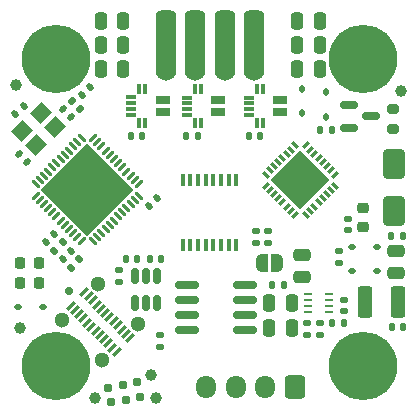
<source format=gbr>
%TF.GenerationSoftware,KiCad,Pcbnew,7.0.8*%
%TF.CreationDate,2023-10-18T20:52:03-04:00*%
%TF.ProjectId,lemon-pepper,6c656d6f-6e2d-4706-9570-7065722e6b69,rev?*%
%TF.SameCoordinates,Original*%
%TF.FileFunction,Soldermask,Top*%
%TF.FilePolarity,Negative*%
%FSLAX46Y46*%
G04 Gerber Fmt 4.6, Leading zero omitted, Abs format (unit mm)*
G04 Created by KiCad (PCBNEW 7.0.8) date 2023-10-18 20:52:03*
%MOMM*%
%LPD*%
G01*
G04 APERTURE LIST*
G04 Aperture macros list*
%AMRoundRect*
0 Rectangle with rounded corners*
0 $1 Rounding radius*
0 $2 $3 $4 $5 $6 $7 $8 $9 X,Y pos of 4 corners*
0 Add a 4 corners polygon primitive as box body*
4,1,4,$2,$3,$4,$5,$6,$7,$8,$9,$2,$3,0*
0 Add four circle primitives for the rounded corners*
1,1,$1+$1,$2,$3*
1,1,$1+$1,$4,$5*
1,1,$1+$1,$6,$7*
1,1,$1+$1,$8,$9*
0 Add four rect primitives between the rounded corners*
20,1,$1+$1,$2,$3,$4,$5,0*
20,1,$1+$1,$4,$5,$6,$7,0*
20,1,$1+$1,$6,$7,$8,$9,0*
20,1,$1+$1,$8,$9,$2,$3,0*%
%AMRotRect*
0 Rectangle, with rotation*
0 The origin of the aperture is its center*
0 $1 length*
0 $2 width*
0 $3 Rotation angle, in degrees counterclockwise*
0 Add horizontal line*
21,1,$1,$2,0,0,$3*%
%AMFreePoly0*
4,1,17,-0.875000,2.062500,-0.867373,2.143836,-0.824300,2.266930,-0.746859,2.371859,-0.641930,2.449300,-0.518836,2.492373,-0.437500,2.500000,0.437500,2.500000,0.518836,2.492373,0.641930,2.449300,0.746859,2.371859,0.824300,2.266930,0.867373,2.143836,0.875000,2.062500,0.875000,-2.500000,-0.875000,-2.500000,-0.875000,2.062500,-0.875000,2.062500,$1*%
%AMFreePoly1*
4,1,19,0.500000,-0.750000,0.000000,-0.750000,0.000000,-0.744911,-0.071157,-0.744911,-0.207708,-0.704816,-0.327430,-0.627875,-0.420627,-0.520320,-0.479746,-0.390866,-0.500000,-0.250000,-0.500000,0.250000,-0.479746,0.390866,-0.420627,0.520320,-0.327430,0.627875,-0.207708,0.704816,-0.071157,0.744911,0.000000,0.744911,0.000000,0.750000,0.500000,0.750000,0.500000,-0.750000,0.500000,-0.750000,
$1*%
%AMFreePoly2*
4,1,19,0.000000,0.744911,0.071157,0.744911,0.207708,0.704816,0.327430,0.627875,0.420627,0.520320,0.479746,0.390866,0.500000,0.250000,0.500000,-0.250000,0.479746,-0.390866,0.420627,-0.520320,0.327430,-0.627875,0.207708,-0.704816,0.071157,-0.744911,0.000000,-0.744911,0.000000,-0.750000,-0.500000,-0.750000,-0.500000,0.750000,0.000000,0.750000,0.000000,0.744911,0.000000,0.744911,
$1*%
G04 Aperture macros list end*
%ADD10RoundRect,0.250000X-0.250000X-0.475000X0.250000X-0.475000X0.250000X0.475000X-0.250000X0.475000X0*%
%ADD11C,0.990600*%
%ADD12C,0.787400*%
%ADD13RoundRect,0.150000X-0.587500X-0.150000X0.587500X-0.150000X0.587500X0.150000X-0.587500X0.150000X0*%
%ADD14RoundRect,0.135000X-0.135000X-0.185000X0.135000X-0.185000X0.135000X0.185000X-0.135000X0.185000X0*%
%ADD15RoundRect,0.112500X-0.112500X0.187500X-0.112500X-0.187500X0.112500X-0.187500X0.112500X0.187500X0*%
%ADD16RoundRect,0.150000X-0.825000X-0.150000X0.825000X-0.150000X0.825000X0.150000X-0.825000X0.150000X0*%
%ADD17RoundRect,0.135000X0.185000X-0.135000X0.185000X0.135000X-0.185000X0.135000X-0.185000X-0.135000X0*%
%ADD18RoundRect,0.135000X-0.035355X0.226274X-0.226274X0.035355X0.035355X-0.226274X0.226274X-0.035355X0*%
%ADD19RoundRect,0.140000X0.021213X-0.219203X0.219203X-0.021213X-0.021213X0.219203X-0.219203X0.021213X0*%
%ADD20RoundRect,0.250000X-0.650000X1.000000X-0.650000X-1.000000X0.650000X-1.000000X0.650000X1.000000X0*%
%ADD21RoundRect,0.250000X0.475000X-0.250000X0.475000X0.250000X-0.475000X0.250000X-0.475000X-0.250000X0*%
%ADD22RoundRect,0.218750X-0.256250X0.218750X-0.256250X-0.218750X0.256250X-0.218750X0.256250X0.218750X0*%
%ADD23RoundRect,0.218750X-0.218750X-0.256250X0.218750X-0.256250X0.218750X0.256250X-0.218750X0.256250X0*%
%ADD24RoundRect,0.250000X-0.375000X-1.075000X0.375000X-1.075000X0.375000X1.075000X-0.375000X1.075000X0*%
%ADD25RoundRect,0.140000X-0.021213X0.219203X-0.219203X0.021213X0.021213X-0.219203X0.219203X-0.021213X0*%
%ADD26RoundRect,0.140000X0.140000X0.170000X-0.140000X0.170000X-0.140000X-0.170000X0.140000X-0.170000X0*%
%ADD27RoundRect,0.150000X-0.150000X0.512500X-0.150000X-0.512500X0.150000X-0.512500X0.150000X0.512500X0*%
%ADD28R,1.270000X0.800000*%
%ADD29R,0.300000X0.850000*%
%ADD30R,0.850000X0.300000*%
%ADD31RoundRect,0.140000X-0.170000X0.140000X-0.170000X-0.140000X0.170000X-0.140000X0.170000X0.140000X0*%
%ADD32C,1.000000*%
%ADD33RoundRect,0.135000X-0.185000X0.135000X-0.185000X-0.135000X0.185000X-0.135000X0.185000X0.135000X0*%
%ADD34RoundRect,0.135000X0.135000X0.185000X-0.135000X0.185000X-0.135000X-0.185000X0.135000X-0.185000X0*%
%ADD35RoundRect,0.250000X0.250000X0.475000X-0.250000X0.475000X-0.250000X-0.475000X0.250000X-0.475000X0*%
%ADD36C,0.700000*%
%ADD37RotRect,0.300000X0.850000X315.000000*%
%ADD38C,1.300000*%
%ADD39RoundRect,0.140000X-0.140000X-0.170000X0.140000X-0.170000X0.140000X0.170000X-0.140000X0.170000X0*%
%ADD40RoundRect,0.140000X0.219203X0.021213X0.021213X0.219203X-0.219203X-0.021213X-0.021213X-0.219203X0*%
%ADD41O,1.750000X1.750000*%
%ADD42FreePoly0,0.000000*%
%ADD43O,1.750000X2.000000*%
%ADD44RoundRect,0.112500X0.187500X0.112500X-0.187500X0.112500X-0.187500X-0.112500X0.187500X-0.112500X0*%
%ADD45RotRect,0.660000X0.280000X225.000000*%
%ADD46RotRect,0.280000X0.660000X225.000000*%
%ADD47RotRect,3.500000X3.500000X225.000000*%
%ADD48RoundRect,0.140000X0.170000X-0.140000X0.170000X0.140000X-0.170000X0.140000X-0.170000X-0.140000X0*%
%ADD49R,0.800000X0.250000*%
%ADD50RoundRect,0.062500X-0.309359X0.220971X0.220971X-0.309359X0.309359X-0.220971X-0.220971X0.309359X0*%
%ADD51RoundRect,0.062500X-0.309359X-0.220971X-0.220971X-0.309359X0.309359X0.220971X0.220971X0.309359X0*%
%ADD52RotRect,5.600000X5.600000X315.000000*%
%ADD53C,5.800000*%
%ADD54RotRect,1.400000X1.200000X225.000000*%
%ADD55RoundRect,0.250000X0.600000X0.725000X-0.600000X0.725000X-0.600000X-0.725000X0.600000X-0.725000X0*%
%ADD56O,1.700000X1.950000*%
%ADD57R,0.450000X1.050000*%
%ADD58RoundRect,0.112500X-0.187500X-0.112500X0.187500X-0.112500X0.187500X0.112500X-0.187500X0.112500X0*%
%ADD59FreePoly1,0.000000*%
%ADD60FreePoly2,0.000000*%
%ADD61RoundRect,0.135000X0.226274X0.035355X0.035355X0.226274X-0.226274X-0.035355X-0.035355X-0.226274X0*%
%ADD62RoundRect,0.200000X0.275000X-0.200000X0.275000X0.200000X-0.275000X0.200000X-0.275000X-0.200000X0*%
G04 APERTURE END LIST*
D10*
%TO.C,C103*%
X137075000Y-74800000D03*
X138975000Y-74800000D03*
%TD*%
D11*
%TO.C,J301*%
X136581667Y-102659655D03*
X141374471Y-100693012D03*
X141762195Y-102687678D03*
D12*
X137949497Y-103040661D03*
X137707170Y-101793994D03*
X139196164Y-102798333D03*
X138953836Y-101551667D03*
X140442830Y-102556006D03*
X140200503Y-101309339D03*
%TD*%
D13*
%TO.C,Q501*%
X158125000Y-77875000D03*
X158125000Y-79775000D03*
X160000000Y-78825000D03*
%TD*%
D14*
%TO.C,R601*%
X161655000Y-88925000D03*
X162675000Y-88925000D03*
%TD*%
D15*
%TO.C,D502*%
X156125000Y-76775000D03*
X156125000Y-78875000D03*
%TD*%
D16*
%TO.C,U302*%
X144375000Y-93115000D03*
X144375000Y-94385000D03*
X144375000Y-95655000D03*
X144375000Y-96925000D03*
X149325000Y-96925000D03*
X149325000Y-95655000D03*
X149325000Y-94385000D03*
X149325000Y-93115000D03*
%TD*%
D15*
%TO.C,D501*%
X154100000Y-76475000D03*
X154100000Y-78575000D03*
%TD*%
D17*
%TO.C,R101*%
X142125000Y-98360000D03*
X142125000Y-97340000D03*
%TD*%
D14*
%TO.C,R103*%
X151605000Y-93075000D03*
X152625000Y-93075000D03*
%TD*%
D18*
%TO.C,R302*%
X135275000Y-90900000D03*
X134553752Y-91621248D03*
%TD*%
D19*
%TO.C,C304*%
X141185938Y-86404360D03*
X141864760Y-85725538D03*
%TD*%
D20*
%TO.C,D101*%
X161900000Y-82850000D03*
X161900000Y-86850000D03*
%TD*%
D21*
%TO.C,C106*%
X154125000Y-92450000D03*
X154125000Y-90550000D03*
%TD*%
D22*
%TO.C,D601*%
X159325000Y-86587500D03*
X159325000Y-88162500D03*
%TD*%
D23*
%TO.C,D301*%
X130275000Y-91275000D03*
X131850000Y-91275000D03*
%TD*%
D24*
%TO.C,L501*%
X159425000Y-94525000D03*
X162225000Y-94525000D03*
%TD*%
D25*
%TO.C,C305*%
X130550000Y-77920000D03*
X129871178Y-78598822D03*
%TD*%
D26*
%TO.C,C701*%
X140600000Y-80475000D03*
X139640000Y-80475000D03*
%TD*%
D19*
%TO.C,C308*%
X135460589Y-76989411D03*
X136139411Y-76310589D03*
%TD*%
D27*
%TO.C,U201*%
X141850000Y-92337500D03*
X140900000Y-92337500D03*
X139950000Y-92337500D03*
X139950000Y-94612500D03*
X140900000Y-94612500D03*
X141850000Y-94612500D03*
%TD*%
D28*
%TO.C,U703*%
X147050000Y-78475000D03*
X147050000Y-77475000D03*
D29*
X145550000Y-76525000D03*
X145050000Y-76525000D03*
D30*
X144350000Y-77225000D03*
X144350000Y-77725000D03*
X144350000Y-78225000D03*
X144350000Y-78725000D03*
D29*
X145050000Y-79425000D03*
X145550000Y-79425000D03*
%TD*%
D25*
%TO.C,C302*%
X134564411Y-90189528D03*
X133885589Y-90868350D03*
%TD*%
D31*
%TO.C,C602*%
X157300000Y-90245000D03*
X157300000Y-91205000D03*
%TD*%
D32*
%TO.C,FID102*%
X130250000Y-96775000D03*
%TD*%
D26*
%TO.C,C401*%
X162680000Y-96650000D03*
X161720000Y-96650000D03*
%TD*%
D23*
%TO.C,D302*%
X130275000Y-92925000D03*
X131850000Y-92925000D03*
%TD*%
D17*
%TO.C,R102*%
X138650000Y-92860000D03*
X138650000Y-91840000D03*
%TD*%
D33*
%TO.C,R105*%
X150225000Y-88515000D03*
X150225000Y-89535000D03*
%TD*%
D21*
%TO.C,C503*%
X162125000Y-92125000D03*
X162125000Y-90225000D03*
%TD*%
D34*
%TO.C,R501*%
X157700000Y-96335000D03*
X156680000Y-96335000D03*
%TD*%
D18*
%TO.C,R301*%
X133860624Y-89464376D03*
X133139376Y-90185624D03*
%TD*%
D26*
%TO.C,C201*%
X140180000Y-90875000D03*
X139220000Y-90875000D03*
%TD*%
D35*
%TO.C,C102*%
X138975000Y-72750000D03*
X137075000Y-72750000D03*
%TD*%
D10*
%TO.C,C101*%
X137075000Y-70725000D03*
X138975000Y-70725000D03*
%TD*%
D36*
%TO.C,J201*%
X134408634Y-93573979D03*
D37*
X135702639Y-93694187D03*
X136056192Y-94047740D03*
X136409746Y-94401294D03*
X136763299Y-94754847D03*
X137116853Y-95108400D03*
X137470406Y-95461954D03*
X137823959Y-95815507D03*
X138177513Y-96169060D03*
X138531066Y-96522614D03*
X138884619Y-96876167D03*
X139238173Y-97229721D03*
X139591726Y-97583274D03*
X138425000Y-98750000D03*
X138071447Y-98396447D03*
X137717893Y-98042893D03*
X137364340Y-97689340D03*
X137010787Y-97335787D03*
X136657233Y-96982233D03*
X136303680Y-96628680D03*
X135950126Y-96275126D03*
X135596573Y-95921573D03*
X135243020Y-95568020D03*
X134889466Y-95214466D03*
X134535913Y-94860913D03*
D38*
X136883507Y-93008293D03*
X133842948Y-96048852D03*
X140277620Y-96402406D03*
X137237061Y-99442965D03*
%TD*%
D26*
%TO.C,C703*%
X145300000Y-80513857D03*
X144340000Y-80513857D03*
%TD*%
D39*
%TO.C,C202*%
X141220000Y-90875000D03*
X142180000Y-90875000D03*
%TD*%
D40*
%TO.C,C301*%
X134589411Y-78914411D03*
X133910589Y-78235589D03*
%TD*%
D41*
%TO.C,M101*%
X142600000Y-72075000D03*
D42*
X142600000Y-72325000D03*
D43*
X142600000Y-74825000D03*
D41*
X145100000Y-72075000D03*
D42*
X145100000Y-72325000D03*
D43*
X145100000Y-74825000D03*
D41*
X147600000Y-72075000D03*
D42*
X147600000Y-72325000D03*
D43*
X147600000Y-74825000D03*
D41*
X150100000Y-72075000D03*
D42*
X150100000Y-72325000D03*
D43*
X150100000Y-74825000D03*
%TD*%
D33*
%TO.C,R502*%
X155665000Y-96275000D03*
X155665000Y-97295000D03*
%TD*%
D44*
%TO.C,D201*%
X132175000Y-94950000D03*
X130075000Y-94950000D03*
%TD*%
D45*
%TO.C,U601*%
X156941564Y-83758310D03*
X156588011Y-83404756D03*
X156234457Y-83051203D03*
X155880904Y-82697649D03*
X155527351Y-82344096D03*
X155173797Y-81990543D03*
X154820244Y-81636989D03*
X154466690Y-81283436D03*
D46*
X153533310Y-81283436D03*
X153179756Y-81636989D03*
X152826203Y-81990543D03*
X152472649Y-82344096D03*
X152119096Y-82697649D03*
X151765543Y-83051203D03*
X151411989Y-83404756D03*
X151058436Y-83758310D03*
D45*
X151058436Y-84691690D03*
X151411989Y-85045244D03*
X151765543Y-85398797D03*
X152119096Y-85752351D03*
X152472649Y-86105904D03*
X152826203Y-86459457D03*
X153179756Y-86813011D03*
X153533310Y-87166564D03*
D46*
X154466690Y-87166564D03*
X154820244Y-86813011D03*
X155173797Y-86459457D03*
X155527351Y-86105904D03*
X155880904Y-85752351D03*
X156234457Y-85398797D03*
X156588011Y-85045244D03*
X156941564Y-84691690D03*
D47*
X154000000Y-84225000D03*
%TD*%
D48*
%TO.C,C601*%
X158050000Y-88430000D03*
X158050000Y-87470000D03*
%TD*%
D49*
%TO.C,U501*%
X154635000Y-93885000D03*
X154635000Y-94385000D03*
X154635000Y-94885000D03*
X154635000Y-95385000D03*
X156395000Y-95385000D03*
X156395000Y-94885000D03*
X156395000Y-94385000D03*
X156395000Y-93885000D03*
%TD*%
D50*
%TO.C,U301*%
X135464213Y-80664726D03*
X135110660Y-81018279D03*
X134757106Y-81371833D03*
X134403553Y-81725386D03*
X134050000Y-82078939D03*
X133696446Y-82432493D03*
X133342893Y-82786046D03*
X132989339Y-83139600D03*
X132635786Y-83493153D03*
X132282233Y-83846706D03*
X131928679Y-84200260D03*
X131575126Y-84553813D03*
D51*
X131575126Y-85526085D03*
X131928679Y-85879638D03*
X132282233Y-86233192D03*
X132635786Y-86586745D03*
X132989339Y-86940298D03*
X133342893Y-87293852D03*
X133696446Y-87647405D03*
X134050000Y-88000959D03*
X134403553Y-88354512D03*
X134757106Y-88708065D03*
X135110660Y-89061619D03*
X135464213Y-89415172D03*
D50*
X136436485Y-89415172D03*
X136790038Y-89061619D03*
X137143592Y-88708065D03*
X137497145Y-88354512D03*
X137850698Y-88000959D03*
X138204252Y-87647405D03*
X138557805Y-87293852D03*
X138911359Y-86940298D03*
X139264912Y-86586745D03*
X139618465Y-86233192D03*
X139972019Y-85879638D03*
X140325572Y-85526085D03*
D51*
X140325572Y-84553813D03*
X139972019Y-84200260D03*
X139618465Y-83846706D03*
X139264912Y-83493153D03*
X138911359Y-83139600D03*
X138557805Y-82786046D03*
X138204252Y-82432493D03*
X137850698Y-82078939D03*
X137497145Y-81725386D03*
X137143592Y-81371833D03*
X136790038Y-81018279D03*
X136436485Y-80664726D03*
D52*
X135950349Y-85039949D03*
%TD*%
D33*
%TO.C,R503*%
X154590000Y-96275000D03*
X154590000Y-97295000D03*
%TD*%
D53*
%TO.C,H101*%
X133300000Y-99975000D03*
X159300000Y-99975000D03*
X133300000Y-73975000D03*
X159300000Y-73975000D03*
%TD*%
D10*
%TO.C,C104*%
X153725000Y-70725000D03*
X155625000Y-70725000D03*
%TD*%
D28*
%TO.C,U702*%
X152300000Y-78475000D03*
X152300000Y-77475000D03*
D29*
X150800000Y-76525000D03*
X150300000Y-76525000D03*
D30*
X149600000Y-77225000D03*
X149600000Y-77725000D03*
X149600000Y-78225000D03*
X149600000Y-78725000D03*
D29*
X150300000Y-79425000D03*
X150800000Y-79425000D03*
%TD*%
D26*
%TO.C,C702*%
X150580000Y-80500000D03*
X149620000Y-80500000D03*
%TD*%
D35*
%TO.C,C105*%
X155625000Y-74800000D03*
X153725000Y-74800000D03*
%TD*%
D14*
%TO.C,R505*%
X155640000Y-79975000D03*
X156660000Y-79975000D03*
%TD*%
D25*
%TO.C,C303*%
X133139411Y-88760589D03*
X132460589Y-89439411D03*
%TD*%
D54*
%TO.C,Y301*%
X132000000Y-78520000D03*
X130444365Y-80075635D03*
X131646446Y-81277716D03*
X133202081Y-79722081D03*
%TD*%
D32*
%TO.C,FID101*%
X129900000Y-76200000D03*
%TD*%
D44*
%TO.C,D602*%
X160500000Y-91900000D03*
X158400000Y-91900000D03*
%TD*%
D55*
%TO.C,J101*%
X153525000Y-101700000D03*
D56*
X151025000Y-101700000D03*
X148525000Y-101700000D03*
X146025000Y-101700000D03*
%TD*%
D57*
%TO.C,U401*%
X144025000Y-89750000D03*
X144675000Y-89750000D03*
X145325000Y-89750000D03*
X145975000Y-89750000D03*
X146625000Y-89750000D03*
X147275000Y-89750000D03*
X147925000Y-89750000D03*
X148575000Y-89750000D03*
X148575000Y-84200000D03*
X147925000Y-84200000D03*
X147275000Y-84200000D03*
X146625000Y-84200000D03*
X145975000Y-84200000D03*
X145325000Y-84200000D03*
X144675000Y-84200000D03*
X144025000Y-84200000D03*
%TD*%
D32*
%TO.C,FID103*%
X162500000Y-76650000D03*
%TD*%
D35*
%TO.C,C108*%
X153275000Y-94650000D03*
X151375000Y-94650000D03*
%TD*%
D31*
%TO.C,C502*%
X157665000Y-94380000D03*
X157665000Y-95340000D03*
%TD*%
D58*
%TO.C,D603*%
X158400000Y-89900000D03*
X160500000Y-89900000D03*
%TD*%
D35*
%TO.C,C501*%
X153275000Y-96725000D03*
X151375000Y-96725000D03*
%TD*%
D59*
%TO.C,JP101*%
X150750000Y-91275000D03*
D60*
X152050000Y-91275000D03*
%TD*%
D61*
%TO.C,R306*%
X135360624Y-78235624D03*
X134639376Y-77514376D03*
%TD*%
D17*
%TO.C,R104*%
X151250000Y-89535000D03*
X151250000Y-88515000D03*
%TD*%
D62*
%TO.C,R504*%
X161800000Y-79875000D03*
X161800000Y-78225000D03*
%TD*%
D40*
%TO.C,C306*%
X130839411Y-82664411D03*
X130160589Y-81985589D03*
%TD*%
D35*
%TO.C,C107*%
X155625000Y-72750000D03*
X153725000Y-72750000D03*
%TD*%
D28*
%TO.C,U701*%
X142350000Y-78425000D03*
X142350000Y-77425000D03*
D29*
X140850000Y-76475000D03*
X140350000Y-76475000D03*
D30*
X139650000Y-77175000D03*
X139650000Y-77675000D03*
X139650000Y-78175000D03*
X139650000Y-78675000D03*
D29*
X140350000Y-79375000D03*
X140850000Y-79375000D03*
%TD*%
M02*

</source>
